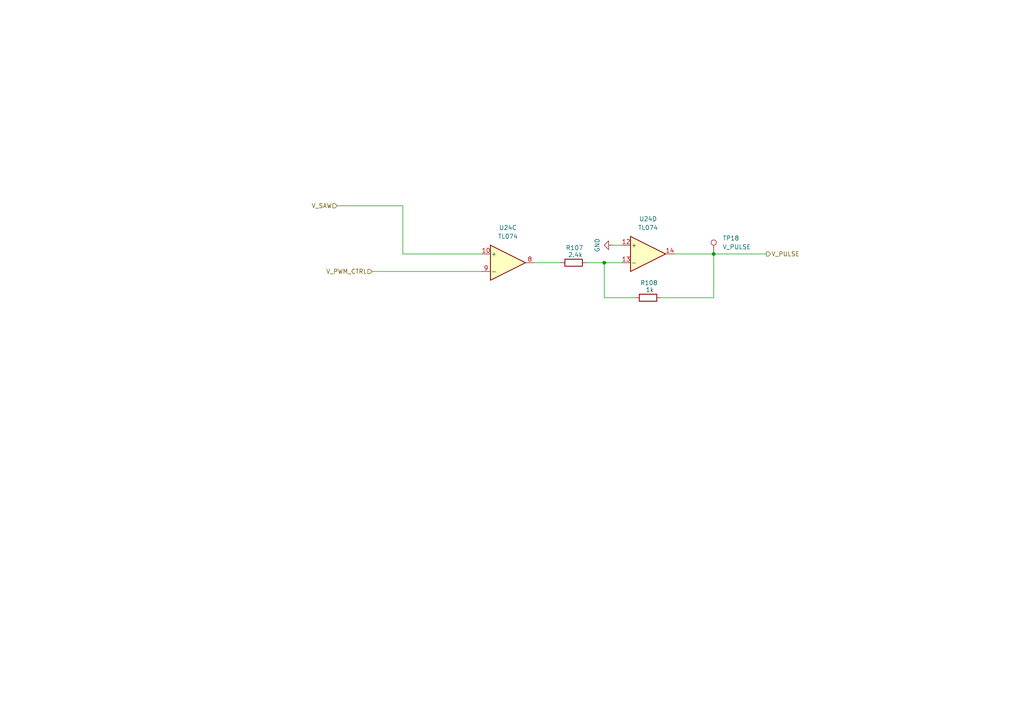
<source format=kicad_sch>
(kicad_sch (version 20250114) (generator "eeschema") (generator_version "9.0")
  (paper "A4")
  (lib_symbols
    (symbol "Amplifier_Operational:TL074" (pin_names (offset 0.127))
      (property "Reference" "U" (at 0 5.08 0))
      (property "Value" "TL074" (at 0 -5.08 0))
      (symbol "TL074_1_1"
        (polyline (pts (xy -5.08 5.08) (xy 5.08 0) (xy -5.08 -5.08) (xy -5.08 5.08)) (stroke (width 0.254)) (fill (type background)))
        (pin input line (at -7.62 2.54 0) (length 2.54) (name "+") (number "3"))
        (pin input line (at -7.62 -2.54 0) (length 2.54) (name "-") (number "2"))
        (pin output line (at 7.62 0 180) (length 2.54) (name "~") (number "1"))
      )
      (symbol "TL074_2_1"
        (polyline (pts (xy -5.08 5.08) (xy 5.08 0) (xy -5.08 -5.08) (xy -5.08 5.08)) (stroke (width 0.254)) (fill (type background)))
        (pin input line (at -7.62 2.54 0) (length 2.54) (name "+") (number "5"))
        (pin input line (at -7.62 -2.54 0) (length 2.54) (name "-") (number "6"))
        (pin output line (at 7.62 0 180) (length 2.54) (name "~") (number "7"))
      )
      (symbol "TL074_3_1"
        (polyline (pts (xy -5.08 5.08) (xy 5.08 0) (xy -5.08 -5.08) (xy -5.08 5.08)) (stroke (width 0.254)) (fill (type background)))
        (pin input line (at -7.62 2.54 0) (length 2.54) (name "+") (number "10"))
        (pin input line (at -7.62 -2.54 0) (length 2.54) (name "-") (number "9"))
        (pin output line (at 7.62 0 180) (length 2.54) (name "~") (number "8"))
      )
      (symbol "TL074_4_1"
        (polyline (pts (xy -5.08 5.08) (xy 5.08 0) (xy -5.08 -5.08) (xy -5.08 5.08)) (stroke (width 0.254)) (fill (type background)))
        (pin input line (at -7.62 2.54 0) (length 2.54) (name "+") (number "12"))
        (pin input line (at -7.62 -2.54 0) (length 2.54) (name "-") (number "13"))
        (pin output line (at 7.62 0 180) (length 2.54) (name "~") (number "14"))
      )
      (symbol "TL074_5_1"
        (pin power_in line (at -2.54 7.62 270) (length 3.81) (name "V+") (number "4"))
        (pin power_in line (at -2.54 -7.62 90) (length 3.81) (name "V-") (number "11"))
      )
    )
    (symbol "Connector:TestPoint" (pin_numbers (hide yes)) (pin_names (offset 0.762) (hide yes))
      (property "Reference" "TP" (at 0 6.858 0))
      (property "Value" "TestPoint" (at 0 5.08 0))
      (symbol "TestPoint_0_1"
        (circle (center 0 3.302) (radius 0.762))
      )
      (symbol "TestPoint_1_1"
        (pin passive line (at 0 0 90) (length 2.54) (name "1") (number "1"))
      )
    )
    (symbol "Device:R" (pin_numbers (hide yes)) (pin_names (offset 0))
      (property "Reference" "R" (at 2.032 0 90))
      (property "Value" "R" (at 0 0 90))
      (symbol "R_0_1"
        (rectangle (start -1.016 -2.54) (end 1.016 2.54) (stroke (width 0.254)))
      )
      (symbol "R_1_1"
        (pin passive line (at 0 3.81 270) (length 1.27) (name "~") (number "1"))
        (pin passive line (at 0 -3.81 90) (length 1.27) (name "~") (number "2"))
      )
    )
    (symbol "power:GND" (power) (pin_numbers (hide yes)) (pin_names (offset 0) (hide yes))
      (property "Value" "GND" (at 0 -3.81 0))
      (symbol "GND_0_1"
        (polyline (pts (xy 0 0) (xy 0 -1.27) (xy 1.27 -1.27) (xy 0 -2.54) (xy -1.27 -1.27) (xy 0 -1.27)))
      )
      (symbol "GND_1_1"
        (pin power_in line (at 0 0 270) (length 0) (name "~") (number "1"))
      )
    )
  )
  (junction (at 175.26 76.2))
  (junction (at 207.01 73.66))
  (wire (pts (xy 107.95 78.74) (xy 139.7 78.74)))
  (wire (pts (xy 207.01 86.36) (xy 207.01 73.66)))
  (wire (pts (xy 97.79 59.69) (xy 116.84 59.69)))
  (wire (pts (xy 175.26 76.2) (xy 180.34 76.2)))
  (wire (pts (xy 207.01 73.66) (xy 195.58 73.66)))
  (wire (pts (xy 170.18 76.2) (xy 175.26 76.2)))
  (wire (pts (xy 191.77 86.36) (xy 207.01 86.36)))
  (wire (pts (xy 177.8 71.12) (xy 180.34 71.12)))
  (wire (pts (xy 207.01 73.66) (xy 222.25 73.66)))
  (wire (pts (xy 116.84 59.69) (xy 116.84 73.66)))
  (wire (pts (xy 184.15 86.36) (xy 175.26 86.36)))
  (wire (pts (xy 154.94 76.2) (xy 162.56 76.2)))
  (wire (pts (xy 175.26 76.2) (xy 175.26 86.36)))
  (wire (pts (xy 116.84 73.66) (xy 139.7 73.66)))
  (hierarchical_label "V_PULSE" (shape output) (at 222.25 73.66 0))
  (hierarchical_label "V_PWM_CTRL" (shape input) (at 107.95 78.74 180))
  (hierarchical_label "V_SAW" (shape input) (at 97.79 59.69 180))
  (symbol (lib_id "power:GND") (at 177.8 71.12 270) (unit 1)
    (property "Reference" "#PWR0313" (effects (hide yes)))
    (property "Value" "GND" (at 173.228 71.12 0))
    (property "Description" "Power symbol creates a global label with name \"GND\" , ground" (effects (hide yes)))
    (instances (project "midi_vco_module" (path "" (reference "#PWR0246") (unit 1)) (path "" (reference "#PWR0313") (unit 1))))
  )
  (symbol (lib_id "Amplifier_Operational:TL074") (at 147.32 76.2 0) (unit 3)
    (property "Reference" "U14" (at 147.32 66.04 0))
    (property "Value" "TL074" (at 147.32 68.58 0))
    (property "Footprint" "Package_SO:SOIC-14_3.9x8.7mm_P1.27mm" (effects (hide yes)))
    (property "Datasheet" "http://www.ti.com/lit/ds/symlink/tl071.pdf" (effects (hide yes)))
    (property "Description" "Quad Low-Noise JFET-Input Operational Amplifiers, DIP-14/SOIC-14" (effects (hide yes)))
    (property "Manufacturer PartNumer" "TL074HIDR" (effects (hide yes)))
    (property "Manufacturer" "Texas Instruments" (effects (hide yes)))
    (instances (project "midi_vco_module" (path "" (reference "U24") (unit 3)) (path "" (reference "U14") (unit 3))))
  )
  (symbol (lib_id "Device:R") (at 166.37 76.2 90) (unit 1)
    (property "Reference" "R177" (at 166.624 71.882 90))
    (property "Value" "2.4k" (at 166.878 73.914 90))
    (property "Footprint" "Resistor_SMD:R_0402_1005Metric" (effects (hide yes)))
    (property "Description" "Resistor" (effects (hide yes)))
    (property "Manufacturer" "YAGEO" (effects (hide yes)))
    (property "Manufacturer PartNumer" "RT0402BRD072K4L" (effects (hide yes)))
    (instances (project "midi_vco_module" (path "" (reference "R107") (unit 1)) (path "" (reference "R177") (unit 1))))
  )
  (symbol (lib_id "Amplifier_Operational:TL074") (at 187.96 73.66 0) (unit 4)
    (property "Reference" "U14" (at 187.96 63.5 0))
    (property "Value" "TL074" (at 187.96 66.04 0))
    (property "Footprint" "Package_SO:SOIC-14_3.9x8.7mm_P1.27mm" (effects (hide yes)))
    (property "Datasheet" "http://www.ti.com/lit/ds/symlink/tl071.pdf" (effects (hide yes)))
    (property "Description" "Quad Low-Noise JFET-Input Operational Amplifiers, DIP-14/SOIC-14" (effects (hide yes)))
    (property "Manufacturer PartNumer" "TL074HIDR" (effects (hide yes)))
    (property "Manufacturer" "Texas Instruments" (effects (hide yes)))
    (instances (project "midi_vco_module" (path "" (reference "U24") (unit 4)) (path "" (reference "U14") (unit 4))))
  )
  (symbol (lib_id "Connector:TestPoint") (at 207.01 73.66 0) (unit 1) (in_bom no)
    (property "Reference" "TP28" (at 209.55 69.0879 0) (effects (justify left)))
    (property "Value" "V_PULSE" (at 209.55 71.6279 0) (effects (justify left)))
    (property "Description" "test point" (effects (hide yes)))
    (instances (project "midi_vco_module" (path "" (reference "TP18") (unit 1)) (path "" (reference "TP28") (unit 1))))
  )
  (symbol (lib_id "Device:R") (at 187.96 86.36 90) (unit 1)
    (property "Reference" "R178" (at 188.214 82.042 90))
    (property "Value" "1k" (at 188.468 84.074 90))
    (property "Footprint" "Resistor_SMD:R_0402_1005Metric" (effects (hide yes)))
    (property "Description" "Resistor" (effects (hide yes)))
    (property "Manufacturer" "YAGEO" (effects (hide yes)))
    (property "Manufacturer PartNumer" "RT0402FRE071KL" (effects (hide yes)))
    (instances (project "midi_vco_module" (path "" (reference "R108") (unit 1)) (path "" (reference "R178") (unit 1))))
  )
)
</source>
